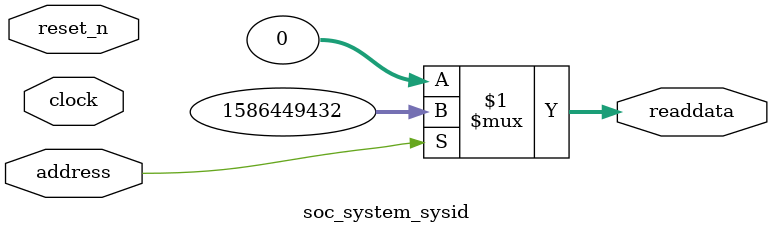
<source format=v>



// synthesis translate_off
`timescale 1ns / 1ps
// synthesis translate_on

// turn off superfluous verilog processor warnings 
// altera message_level Level1 
// altera message_off 10034 10035 10036 10037 10230 10240 10030 

module soc_system_sysid (
               // inputs:
                address,
                clock,
                reset_n,

               // outputs:
                readdata
             )
;

  output  [ 31: 0] readdata;
  input            address;
  input            clock;
  input            reset_n;

  wire    [ 31: 0] readdata;
  //control_slave, which is an e_avalon_slave
  assign readdata = address ? 1586449432 : 0;

endmodule



</source>
